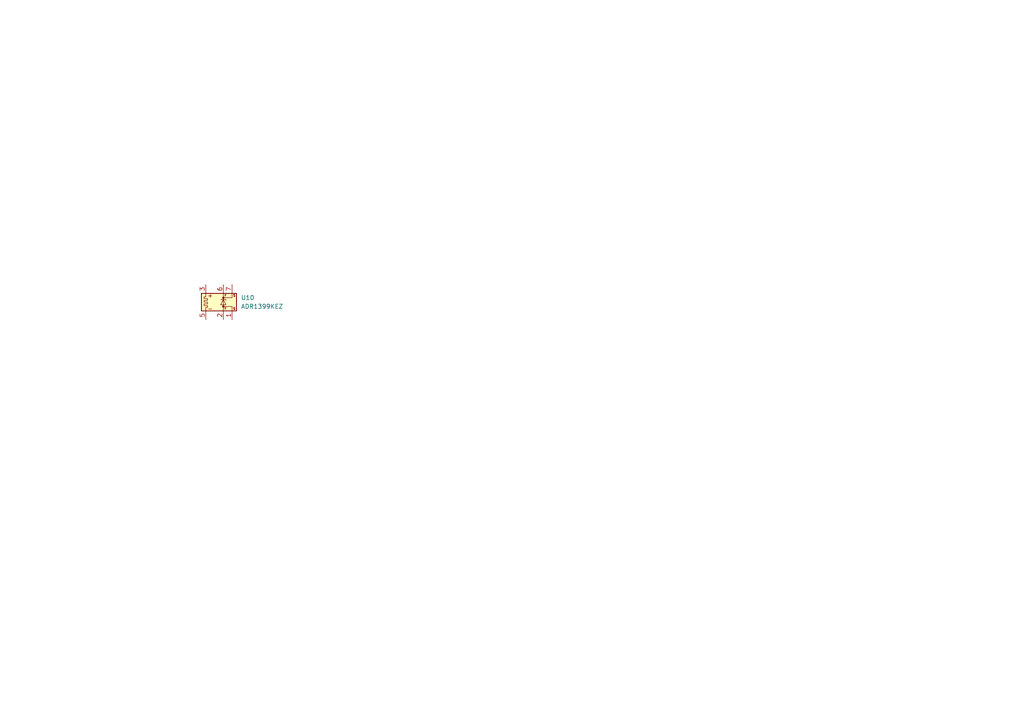
<source format=kicad_sch>
(kicad_sch (version 20250114) (generator "eeschema") (generator_version "9.0")
  (paper "A4")
  (lib_symbols
    (symbol "Reference_Voltage:ADR1399KEZ" (pin_names (offset 1.016) (hide yes))
      (property "Reference" "U" (at 3.81 1.27 0))
      (property "Value" "ADR1399KEZ" (at 3.81 -1.27 0))
      (symbol "ADR1399KEZ_0_0"
        (text "+" (at -3.81 1.905 0) (effects (font (size 1.27 1.27))))
      )
      (symbol "ADR1399KEZ_0_1"
        (rectangle (start -6.35 2.54) (end 3.81 -2.54) (stroke (width 0.254)) (fill (type background)))
        (polyline (pts (xy -5.08 -2.54) (xy -5.08 -1.524) (xy -4.572 -1.524) (xy -4.572 -1.016) (xy -5.588 -1.016) (xy -5.588 -0.508) (xy -4.572 -0.508) (xy -4.572 0) (xy -5.588 0) (xy -5.588 0.508) (xy -4.572 0.508) (xy -4.572 1.016) (xy -5.588 1.016) (xy -5.588 1.524) (xy -5.08 1.524) (xy -5.08 2.54)))
        (circle (center 0 1.27) (radius 0.254) (fill (type outline)))
        (circle (center 0 -1.27) (radius 0.254) (fill (type outline)))
        (polyline (pts (xy 2.54 2.54) (xy 2.54 1.27) (xy 0 1.27)))
        (polyline (pts (xy 2.54 -2.54) (xy 2.54 -1.27) (xy 0 -1.27)))
      )
      (symbol "ADR1399KEZ_1_1"
        (polyline (pts (xy -0.762 0.762) (xy 0.762 0.762) (xy 0.762 0.508)))
        (polyline (pts (xy -0.762 -0.762) (xy 0.762 -0.762) (xy 0 0.762) (xy -0.762 -0.762)))
        (polyline (pts (xy 0 2.54) (xy 0 -2.54)))
        (text "-" (at -3.81 -1.905 0) (effects (font (size 1.27 1.27))))
        (text "F" (at 0.635 1.905 0) (effects (font (size 0.635 0.635))))
        (text "F" (at 0.635 -1.905 0) (effects (font (size 0.635 0.635))))
        (text "S" (at 3.175 1.905 0) (effects (font (size 0.635 0.635))))
        (text "S" (at 3.175 -1.905 0) (effects (font (size 0.635 0.635))))
        (pin power_in line (at -5.08 5.08 270) (length 2.54) (name "HEATER+") (number "3"))
        (pin power_in line (at -5.08 -5.08 90) (length 2.54) (name "HEATER-") (number "5"))
        (pin no_connect line (at -2.54 2.54 270) (length 2.54) (hide yes) (name "NC") (number "8"))
        (pin no_connect line (at -2.54 -2.54 90) (length 2.54) (hide yes) (name "NC") (number "4"))
        (pin passive line (at 0 5.08 270) (length 2.54) (name "+REFF") (number "6"))
        (pin passive line (at 0 -5.08 90) (length 2.54) (name "-REFF") (number "2"))
        (pin passive line (at 2.54 5.08 270) (length 2.54) (name "+REFS") (number "7"))
        (pin passive line (at 2.54 -5.08 90) (length 2.54) (name "-REFS") (number "1"))
      )
    )
  )
  (symbol (lib_id "Reference_Voltage:ADR1399KEZ") (at 64.77 87.63 0) (unit 1)
    (property "Reference" "U10" (at 69.85 86.3599 0) (effects (justify left)))
    (property "Value" "ADR1399KEZ" (at 69.85 88.8999 0) (effects (justify left)))
    (property "Footprint" "Package_LCC:Analog_LCC-8_5x5mm_P1.27mm" (effects (hide yes)))
    (property "Datasheet" "https://www.analog.com/media/en/technical-documentation/data-sheets/adr1399.pdf" (effects (hide yes)))
    (property "Description" "Oven-Compensated, Buried Zener, 7.05 V Voltage Reference, LCC-8" (effects (hide yes)))
  )
)
</source>
